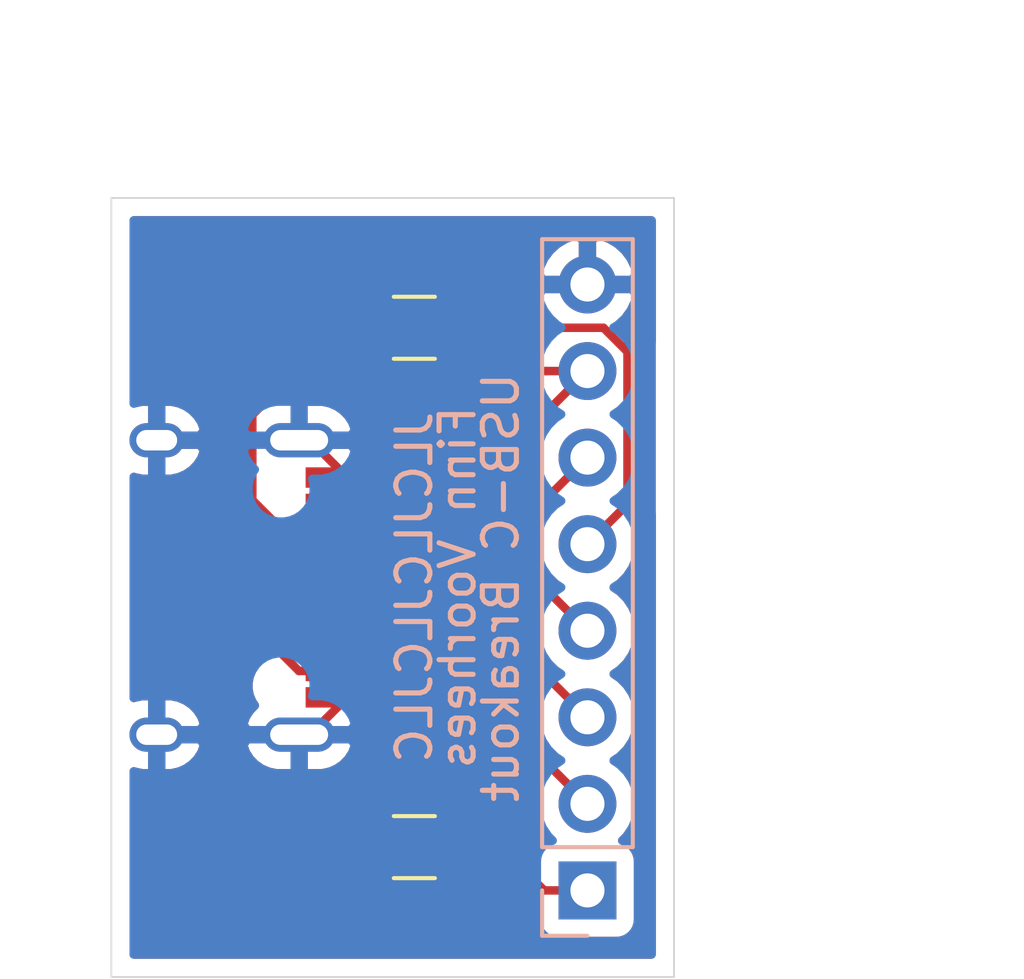
<source format=kicad_pcb>
(kicad_pcb (version 20171130) (host pcbnew "(5.1.5-0-10_14)")

  (general
    (thickness 1.6)
    (drawings 9)
    (tracks 49)
    (zones 0)
    (modules 4)
    (nets 11)
  )

  (page A4)
  (layers
    (0 F.Cu signal)
    (31 B.Cu signal)
    (32 B.Adhes user)
    (33 F.Adhes user)
    (34 B.Paste user)
    (35 F.Paste user)
    (36 B.SilkS user)
    (37 F.SilkS user)
    (38 B.Mask user)
    (39 F.Mask user)
    (40 Dwgs.User user)
    (41 Cmts.User user)
    (42 Eco1.User user)
    (43 Eco2.User user)
    (44 Edge.Cuts user)
    (45 Margin user)
    (46 B.CrtYd user)
    (47 F.CrtYd user)
    (48 B.Fab user hide)
    (49 F.Fab user)
  )

  (setup
    (last_trace_width 0.25)
    (trace_clearance 0.2)
    (zone_clearance 0.508)
    (zone_45_only no)
    (trace_min 0.2)
    (via_size 0.8)
    (via_drill 0.4)
    (via_min_size 0.4)
    (via_min_drill 0.3)
    (uvia_size 0.3)
    (uvia_drill 0.1)
    (uvias_allowed no)
    (uvia_min_size 0.2)
    (uvia_min_drill 0.1)
    (edge_width 0.05)
    (segment_width 0.2)
    (pcb_text_width 0.3)
    (pcb_text_size 1.5 1.5)
    (mod_edge_width 0.12)
    (mod_text_size 1 1)
    (mod_text_width 0.15)
    (pad_size 1.524 1.524)
    (pad_drill 0.762)
    (pad_to_mask_clearance 0.051)
    (solder_mask_min_width 0.25)
    (aux_axis_origin 0 0)
    (visible_elements FFFFFF7F)
    (pcbplotparams
      (layerselection 0x010fc_ffffffff)
      (usegerberextensions false)
      (usegerberattributes false)
      (usegerberadvancedattributes false)
      (creategerberjobfile false)
      (excludeedgelayer true)
      (linewidth 0.100000)
      (plotframeref false)
      (viasonmask false)
      (mode 1)
      (useauxorigin false)
      (hpglpennumber 1)
      (hpglpenspeed 20)
      (hpglpendiameter 15.000000)
      (psnegative false)
      (psa4output false)
      (plotreference true)
      (plotvalue true)
      (plotinvisibletext false)
      (padsonsilk false)
      (subtractmaskfromsilk false)
      (outputformat 1)
      (mirror false)
      (drillshape 0)
      (scaleselection 1)
      (outputdirectory ""))
  )

  (net 0 "")
  (net 1 VBUS)
  (net 2 D-)
  (net 3 D+)
  (net 4 Earth)
  (net 5 SBU2)
  (net 6 SBU1)
  (net 7 CC1)
  (net 8 CC2)
  (net 9 "Net-(R1-Pad2)")
  (net 10 "Net-(R2-Pad2)")

  (net_class Default "This is the default net class."
    (clearance 0.2)
    (trace_width 0.25)
    (via_dia 0.8)
    (via_drill 0.4)
    (uvia_dia 0.3)
    (uvia_drill 0.1)
    (add_net CC1)
    (add_net CC2)
    (add_net D+)
    (add_net D-)
    (add_net Earth)
    (add_net "Net-(R1-Pad2)")
    (add_net "Net-(R2-Pad2)")
    (add_net SBU1)
    (add_net SBU2)
    (add_net VBUS)
  )

  (module Type-C:HRO-TYPE-C-31-M-12-HandSoldering (layer F.Cu) (tedit 5E12C031) (tstamp 5E13419C)
    (at 118.11 154.94 270)
    (path /5E13DDAA)
    (attr smd)
    (fp_text reference USB1 (at 0 -10.2 270) (layer F.SilkS) hide
      (effects (font (size 1 1) (thickness 0.15)))
    )
    (fp_text value HRO-TYPE-C-31-M-12 (at 0 1.15 270) (layer Dwgs.User)
      (effects (font (size 1 1) (thickness 0.15)))
    )
    (fp_line (start -4.47 0) (end 4.47 0) (layer Dwgs.User) (width 0.15))
    (fp_line (start -4.47 0) (end -4.47 -7.3) (layer Dwgs.User) (width 0.15))
    (fp_line (start 4.47 0) (end 4.47 -7.3) (layer Dwgs.User) (width 0.15))
    (fp_line (start -4.47 -7.3) (end 4.47 -7.3) (layer Dwgs.User) (width 0.15))
    (pad 12 smd rect (at 3.225 -8.195 270) (size 0.6 2.45) (layers F.Cu F.Paste F.Mask)
      (net 4 Earth))
    (pad 1 smd rect (at -3.225 -8.195 270) (size 0.6 2.45) (layers F.Cu F.Paste F.Mask)
      (net 4 Earth))
    (pad 11 smd rect (at 2.45 -8.195 270) (size 0.6 2.45) (layers F.Cu F.Paste F.Mask)
      (net 1 VBUS))
    (pad 2 smd rect (at -2.45 -8.195 270) (size 0.6 2.45) (layers F.Cu F.Paste F.Mask)
      (net 1 VBUS))
    (pad 3 smd rect (at -1.75 -8.195 270) (size 0.3 2.45) (layers F.Cu F.Paste F.Mask)
      (net 5 SBU2))
    (pad 10 smd rect (at 1.75 -8.195 270) (size 0.3 2.45) (layers F.Cu F.Paste F.Mask)
      (net 10 "Net-(R2-Pad2)"))
    (pad 4 smd rect (at -1.25 -8.195 270) (size 0.3 2.45) (layers F.Cu F.Paste F.Mask)
      (net 9 "Net-(R1-Pad2)"))
    (pad 9 smd rect (at 1.25 -8.195 270) (size 0.3 2.45) (layers F.Cu F.Paste F.Mask)
      (net 6 SBU1))
    (pad 5 smd rect (at -0.75 -8.195 270) (size 0.3 2.45) (layers F.Cu F.Paste F.Mask)
      (net 2 D-))
    (pad 8 smd rect (at 0.75 -8.195 270) (size 0.3 2.45) (layers F.Cu F.Paste F.Mask)
      (net 3 D+))
    (pad 7 smd rect (at 0.25 -8.195 270) (size 0.3 2.45) (layers F.Cu F.Paste F.Mask)
      (net 2 D-))
    (pad 6 smd rect (at -0.25 -8.195 270) (size 0.3 2.45) (layers F.Cu F.Paste F.Mask)
      (net 3 D+))
    (pad "" np_thru_hole circle (at 2.89 -6.25 270) (size 0.65 0.65) (drill 0.65) (layers *.Cu *.Mask))
    (pad "" np_thru_hole circle (at -2.89 -6.25 270) (size 0.65 0.65) (drill 0.65) (layers *.Cu *.Mask))
    (pad 13 thru_hole oval (at -4.32 -6.78 270) (size 1 2.1) (drill oval 0.6 1.7) (layers *.Cu B.Mask)
      (net 4 Earth))
    (pad 13 thru_hole oval (at 4.32 -6.78 270) (size 1 2.1) (drill oval 0.6 1.7) (layers *.Cu B.Mask)
      (net 4 Earth))
    (pad 13 thru_hole oval (at -4.32 -2.6 270) (size 1 1.6) (drill oval 0.6 1.2) (layers *.Cu B.Mask)
      (net 4 Earth))
    (pad 13 thru_hole oval (at 4.32 -2.6 270) (size 1 1.6) (drill oval 0.6 1.2) (layers *.Cu B.Mask)
      (net 4 Earth))
    (model "/Users/finnvoorhees/Library/Application Support/kicad/modules/Type-C.pretty/HRO  TYPE-C-31-M-12.step"
      (offset (xyz -4.47 0 0))
      (scale (xyz 1 1 1))
      (rotate (xyz 90 180 180))
    )
  )

  (module Resistor_SMD:R_1206_3216Metric_Pad1.42x1.75mm_HandSolder (layer F.Cu) (tedit 5B301BBD) (tstamp 5E134182)
    (at 128.27 162.56 180)
    (descr "Resistor SMD 1206 (3216 Metric), square (rectangular) end terminal, IPC_7351 nominal with elongated pad for handsoldering. (Body size source: http://www.tortai-tech.com/upload/download/2011102023233369053.pdf), generated with kicad-footprint-generator")
    (tags "resistor handsolder")
    (path /5E13EEAB)
    (attr smd)
    (fp_text reference R2 (at 0 -1.82) (layer F.SilkS) hide
      (effects (font (size 1 1) (thickness 0.15)))
    )
    (fp_text value 5.1k (at 0 1.82) (layer F.Fab)
      (effects (font (size 1 1) (thickness 0.15)))
    )
    (fp_text user %R (at 0 0) (layer F.Fab)
      (effects (font (size 0.8 0.8) (thickness 0.12)))
    )
    (fp_line (start 2.45 1.12) (end -2.45 1.12) (layer F.CrtYd) (width 0.05))
    (fp_line (start 2.45 -1.12) (end 2.45 1.12) (layer F.CrtYd) (width 0.05))
    (fp_line (start -2.45 -1.12) (end 2.45 -1.12) (layer F.CrtYd) (width 0.05))
    (fp_line (start -2.45 1.12) (end -2.45 -1.12) (layer F.CrtYd) (width 0.05))
    (fp_line (start -0.602064 0.91) (end 0.602064 0.91) (layer F.SilkS) (width 0.12))
    (fp_line (start -0.602064 -0.91) (end 0.602064 -0.91) (layer F.SilkS) (width 0.12))
    (fp_line (start 1.6 0.8) (end -1.6 0.8) (layer F.Fab) (width 0.1))
    (fp_line (start 1.6 -0.8) (end 1.6 0.8) (layer F.Fab) (width 0.1))
    (fp_line (start -1.6 -0.8) (end 1.6 -0.8) (layer F.Fab) (width 0.1))
    (fp_line (start -1.6 0.8) (end -1.6 -0.8) (layer F.Fab) (width 0.1))
    (pad 2 smd roundrect (at 1.4875 0 180) (size 1.425 1.75) (layers F.Cu F.Paste F.Mask) (roundrect_rratio 0.175439)
      (net 10 "Net-(R2-Pad2)"))
    (pad 1 smd roundrect (at -1.4875 0 180) (size 1.425 1.75) (layers F.Cu F.Paste F.Mask) (roundrect_rratio 0.175439)
      (net 8 CC2))
    (model ${KISYS3DMOD}/Resistor_SMD.3dshapes/R_1206_3216Metric.wrl
      (at (xyz 0 0 0))
      (scale (xyz 1 1 1))
      (rotate (xyz 0 0 0))
    )
  )

  (module Resistor_SMD:R_1206_3216Metric_Pad1.42x1.75mm_HandSolder (layer F.Cu) (tedit 5B301BBD) (tstamp 5E134171)
    (at 128.27 147.32 180)
    (descr "Resistor SMD 1206 (3216 Metric), square (rectangular) end terminal, IPC_7351 nominal with elongated pad for handsoldering. (Body size source: http://www.tortai-tech.com/upload/download/2011102023233369053.pdf), generated with kicad-footprint-generator")
    (tags "resistor handsolder")
    (path /5E13E8AE)
    (attr smd)
    (fp_text reference R1 (at 0 -1.82) (layer F.SilkS) hide
      (effects (font (size 1 1) (thickness 0.15)))
    )
    (fp_text value 5.1k (at 0 1.82) (layer F.Fab)
      (effects (font (size 1 1) (thickness 0.15)))
    )
    (fp_text user %R (at 0 0) (layer F.Fab)
      (effects (font (size 0.8 0.8) (thickness 0.12)))
    )
    (fp_line (start 2.45 1.12) (end -2.45 1.12) (layer F.CrtYd) (width 0.05))
    (fp_line (start 2.45 -1.12) (end 2.45 1.12) (layer F.CrtYd) (width 0.05))
    (fp_line (start -2.45 -1.12) (end 2.45 -1.12) (layer F.CrtYd) (width 0.05))
    (fp_line (start -2.45 1.12) (end -2.45 -1.12) (layer F.CrtYd) (width 0.05))
    (fp_line (start -0.602064 0.91) (end 0.602064 0.91) (layer F.SilkS) (width 0.12))
    (fp_line (start -0.602064 -0.91) (end 0.602064 -0.91) (layer F.SilkS) (width 0.12))
    (fp_line (start 1.6 0.8) (end -1.6 0.8) (layer F.Fab) (width 0.1))
    (fp_line (start 1.6 -0.8) (end 1.6 0.8) (layer F.Fab) (width 0.1))
    (fp_line (start -1.6 -0.8) (end 1.6 -0.8) (layer F.Fab) (width 0.1))
    (fp_line (start -1.6 0.8) (end -1.6 -0.8) (layer F.Fab) (width 0.1))
    (pad 2 smd roundrect (at 1.4875 0 180) (size 1.425 1.75) (layers F.Cu F.Paste F.Mask) (roundrect_rratio 0.175439)
      (net 9 "Net-(R1-Pad2)"))
    (pad 1 smd roundrect (at -1.4875 0 180) (size 1.425 1.75) (layers F.Cu F.Paste F.Mask) (roundrect_rratio 0.175439)
      (net 7 CC1))
    (model ${KISYS3DMOD}/Resistor_SMD.3dshapes/R_1206_3216Metric.wrl
      (at (xyz 0 0 0))
      (scale (xyz 1 1 1))
      (rotate (xyz 0 0 0))
    )
  )

  (module Connector_PinHeader_2.54mm:PinHeader_1x08_P2.54mm_Vertical (layer B.Cu) (tedit 59FED5CC) (tstamp 5E1342C2)
    (at 133.35 163.83)
    (descr "Through hole straight pin header, 1x08, 2.54mm pitch, single row")
    (tags "Through hole pin header THT 1x08 2.54mm single row")
    (path /5E13176F)
    (fp_text reference J1 (at 0 2.33) (layer B.SilkS) hide
      (effects (font (size 1 1) (thickness 0.15)) (justify mirror))
    )
    (fp_text value Conn_01x08_Male (at 0 -20.11) (layer B.Fab)
      (effects (font (size 1 1) (thickness 0.15)) (justify mirror))
    )
    (fp_text user %R (at 0 -8.89 -90) (layer B.Fab)
      (effects (font (size 1 1) (thickness 0.15)) (justify mirror))
    )
    (fp_line (start 1.8 1.8) (end -1.8 1.8) (layer B.CrtYd) (width 0.05))
    (fp_line (start 1.8 -19.55) (end 1.8 1.8) (layer B.CrtYd) (width 0.05))
    (fp_line (start -1.8 -19.55) (end 1.8 -19.55) (layer B.CrtYd) (width 0.05))
    (fp_line (start -1.8 1.8) (end -1.8 -19.55) (layer B.CrtYd) (width 0.05))
    (fp_line (start -1.33 1.33) (end 0 1.33) (layer B.SilkS) (width 0.12))
    (fp_line (start -1.33 0) (end -1.33 1.33) (layer B.SilkS) (width 0.12))
    (fp_line (start -1.33 -1.27) (end 1.33 -1.27) (layer B.SilkS) (width 0.12))
    (fp_line (start 1.33 -1.27) (end 1.33 -19.11) (layer B.SilkS) (width 0.12))
    (fp_line (start -1.33 -1.27) (end -1.33 -19.11) (layer B.SilkS) (width 0.12))
    (fp_line (start -1.33 -19.11) (end 1.33 -19.11) (layer B.SilkS) (width 0.12))
    (fp_line (start -1.27 0.635) (end -0.635 1.27) (layer B.Fab) (width 0.1))
    (fp_line (start -1.27 -19.05) (end -1.27 0.635) (layer B.Fab) (width 0.1))
    (fp_line (start 1.27 -19.05) (end -1.27 -19.05) (layer B.Fab) (width 0.1))
    (fp_line (start 1.27 1.27) (end 1.27 -19.05) (layer B.Fab) (width 0.1))
    (fp_line (start -0.635 1.27) (end 1.27 1.27) (layer B.Fab) (width 0.1))
    (pad 8 thru_hole oval (at 0 -17.78) (size 1.7 1.7) (drill 1) (layers *.Cu *.Mask)
      (net 4 Earth))
    (pad 7 thru_hole oval (at 0 -15.24) (size 1.7 1.7) (drill 1) (layers *.Cu *.Mask)
      (net 1 VBUS))
    (pad 6 thru_hole oval (at 0 -12.7) (size 1.7 1.7) (drill 1) (layers *.Cu *.Mask)
      (net 5 SBU2))
    (pad 5 thru_hole oval (at 0 -10.16) (size 1.7 1.7) (drill 1) (layers *.Cu *.Mask)
      (net 7 CC1))
    (pad 4 thru_hole oval (at 0 -7.62) (size 1.7 1.7) (drill 1) (layers *.Cu *.Mask)
      (net 2 D-))
    (pad 3 thru_hole oval (at 0 -5.08) (size 1.7 1.7) (drill 1) (layers *.Cu *.Mask)
      (net 3 D+))
    (pad 2 thru_hole oval (at 0 -2.54) (size 1.7 1.7) (drill 1) (layers *.Cu *.Mask)
      (net 6 SBU1))
    (pad 1 thru_hole rect (at 0 0) (size 1.7 1.7) (drill 1) (layers *.Cu *.Mask)
      (net 8 CC2))
    (model ${KISYS3DMOD}/Connector_PinHeader_2.54mm.3dshapes/PinHeader_1x08_P2.54mm_Vertical.wrl
      (at (xyz 0 0 0))
      (scale (xyz 1 1 1))
      (rotate (xyz 0 0 0))
    )
  )

  (gr_text JLCJLCJLCJLC (at 128.27 154.94 90) (layer B.SilkS) (tstamp 5E134B89)
    (effects (font (size 1 1) (thickness 0.15)) (justify mirror))
  )
  (gr_text "USB-C Breakout" (at 130.81 154.94 90) (layer B.SilkS) (tstamp 5E134B0E)
    (effects (font (size 1 1) (thickness 0.15)) (justify mirror))
  )
  (gr_text "Finn Voorhees\n" (at 129.54 154.94 90) (layer B.SilkS)
    (effects (font (size 1 1) (thickness 0.15)) (justify mirror))
  )
  (dimension 22.86 (width 0.12) (layer F.Fab)
    (gr_text "22.860 mm" (at 142.24 154.94 270) (layer F.Fab)
      (effects (font (size 1 1) (thickness 0.15)))
    )
    (feature1 (pts (xy 143.51 166.37) (xy 142.923579 166.37)))
    (feature2 (pts (xy 143.51 143.51) (xy 142.923579 143.51)))
    (crossbar (pts (xy 143.51 143.51) (xy 143.51 166.37)))
    (arrow1a (pts (xy 143.51 166.37) (xy 142.923579 165.243496)))
    (arrow1b (pts (xy 143.51 166.37) (xy 144.096421 165.243496)))
    (arrow2a (pts (xy 143.51 143.51) (xy 142.923579 144.636504)))
    (arrow2b (pts (xy 143.51 143.51) (xy 144.096421 144.636504)))
  )
  (dimension 16.51 (width 0.12) (layer F.Fab)
    (gr_text "16.510 mm" (at 127.635 140.97) (layer F.Fab)
      (effects (font (size 1 1) (thickness 0.15)))
    )
    (feature1 (pts (xy 135.89 139.7) (xy 135.89 140.286421)))
    (feature2 (pts (xy 119.38 139.7) (xy 119.38 140.286421)))
    (crossbar (pts (xy 119.38 139.7) (xy 135.89 139.7)))
    (arrow1a (pts (xy 135.89 139.7) (xy 134.763496 140.286421)))
    (arrow1b (pts (xy 135.89 139.7) (xy 134.763496 139.113579)))
    (arrow2a (pts (xy 119.38 139.7) (xy 120.506504 140.286421)))
    (arrow2b (pts (xy 119.38 139.7) (xy 120.506504 139.113579)))
  )
  (gr_line (start 135.89 166.37) (end 135.89 143.51) (layer Edge.Cuts) (width 0.05) (tstamp 5E1344A1))
  (gr_line (start 119.38 166.37) (end 135.89 166.37) (layer Edge.Cuts) (width 0.05))
  (gr_line (start 119.38 143.51) (end 119.38 166.37) (layer Edge.Cuts) (width 0.05))
  (gr_line (start 135.89 143.51) (end 119.38 143.51) (layer Edge.Cuts) (width 0.05))

  (segment (start 127.48318 146.11999) (end 128.27 146.90681) (width 0.25) (layer F.Cu) (net 1))
  (segment (start 126.305 157.39) (end 124.882002 157.39) (width 0.25) (layer F.Cu) (net 1))
  (segment (start 123.06498 155.572978) (end 123.06498 149.13683) (width 0.25) (layer F.Cu) (net 1))
  (segment (start 126.08182 146.11999) (end 127.48318 146.11999) (width 0.25) (layer F.Cu) (net 1))
  (segment (start 123.06498 149.13683) (end 126.08182 146.11999) (width 0.25) (layer F.Cu) (net 1))
  (segment (start 124.882002 157.39) (end 123.06498 155.572978) (width 0.25) (layer F.Cu) (net 1))
  (segment (start 129.45 152.49) (end 133.35 148.59) (width 0.25) (layer F.Cu) (net 1))
  (segment (start 126.305 152.49) (end 129.45 152.49) (width 0.25) (layer F.Cu) (net 1))
  (segment (start 132.147919 148.59) (end 133.35 148.59) (width 0.25) (layer F.Cu) (net 1))
  (segment (start 129.12681 148.59) (end 132.147919 148.59) (width 0.25) (layer F.Cu) (net 1))
  (segment (start 128.27 147.73319) (end 129.12681 148.59) (width 0.25) (layer F.Cu) (net 1))
  (segment (start 128.27 146.90681) (end 128.27 147.73319) (width 0.25) (layer F.Cu) (net 1))
  (segment (start 126.305 155.19) (end 124.71 155.19) (width 0.25) (layer F.Cu) (net 2))
  (segment (start 124.71 155.19) (end 124.46 154.94) (width 0.25) (layer F.Cu) (net 2))
  (segment (start 124.83 154.19) (end 126.305 154.19) (width 0.25) (layer F.Cu) (net 2))
  (segment (start 124.46 154.56) (end 124.83 154.19) (width 0.25) (layer F.Cu) (net 2))
  (segment (start 124.46 154.94) (end 124.46 154.56) (width 0.25) (layer F.Cu) (net 2))
  (segment (start 131.33 154.19) (end 133.35 156.21) (width 0.25) (layer F.Cu) (net 2))
  (segment (start 126.305 154.19) (end 131.33 154.19) (width 0.25) (layer F.Cu) (net 2))
  (segment (start 130.29 155.69) (end 126.305 155.69) (width 0.25) (layer F.Cu) (net 3))
  (segment (start 133.35 158.75) (end 130.29 155.69) (width 0.25) (layer F.Cu) (net 3))
  (segment (start 129.29 154.69) (end 130.29 155.69) (width 0.25) (layer F.Cu) (net 3))
  (segment (start 126.305 154.69) (end 129.29 154.69) (width 0.25) (layer F.Cu) (net 3))
  (segment (start 125.21 150.62) (end 126.305 151.715) (width 0.25) (layer F.Cu) (net 4))
  (segment (start 124.89 150.62) (end 125.21 150.62) (width 0.25) (layer F.Cu) (net 4))
  (segment (start 125.21 159.26) (end 126.305 158.165) (width 0.25) (layer F.Cu) (net 4))
  (segment (start 124.89 159.26) (end 125.21 159.26) (width 0.25) (layer F.Cu) (net 4))
  (segment (start 131.29 153.19) (end 126.305 153.19) (width 0.25) (layer F.Cu) (net 5))
  (segment (start 133.35 151.13) (end 131.29 153.19) (width 0.25) (layer F.Cu) (net 5))
  (segment (start 128.25 156.19) (end 126.305 156.19) (width 0.25) (layer F.Cu) (net 6))
  (segment (start 133.35 161.29) (end 128.25 156.19) (width 0.25) (layer F.Cu) (net 6))
  (segment (start 130.47 147.32) (end 129.7575 147.32) (width 0.25) (layer F.Cu) (net 7))
  (segment (start 134.525001 148.025999) (end 133.819002 147.32) (width 0.25) (layer F.Cu) (net 7))
  (segment (start 134.525001 152.494999) (end 134.525001 148.025999) (width 0.25) (layer F.Cu) (net 7))
  (segment (start 133.819002 147.32) (end 130.47 147.32) (width 0.25) (layer F.Cu) (net 7))
  (segment (start 133.35 153.67) (end 134.525001 152.494999) (width 0.25) (layer F.Cu) (net 7))
  (segment (start 129.7575 162.56) (end 130.81 162.56) (width 0.25) (layer F.Cu) (net 8))
  (segment (start 132.08 163.83) (end 133.35 163.83) (width 0.25) (layer F.Cu) (net 8))
  (segment (start 130.81 162.56) (end 132.08 163.83) (width 0.25) (layer F.Cu) (net 8))
  (segment (start 124.83 153.69) (end 126.305 153.69) (width 0.25) (layer F.Cu) (net 9))
  (segment (start 123.51499 149.87501) (end 123.51499 152.37499) (width 0.25) (layer F.Cu) (net 9))
  (segment (start 123.51499 152.37499) (end 124.83 153.69) (width 0.25) (layer F.Cu) (net 9))
  (segment (start 126.07 147.32) (end 123.51499 149.87501) (width 0.25) (layer F.Cu) (net 9))
  (segment (start 126.7825 147.32) (end 126.07 147.32) (width 0.25) (layer F.Cu) (net 9))
  (segment (start 127.495 162.56) (end 128.27 161.785) (width 0.25) (layer F.Cu) (net 10))
  (segment (start 126.7825 162.56) (end 127.495 162.56) (width 0.25) (layer F.Cu) (net 10))
  (segment (start 127.78 156.69) (end 126.305 156.69) (width 0.25) (layer F.Cu) (net 10))
  (segment (start 128.27 157.18) (end 127.78 156.69) (width 0.25) (layer F.Cu) (net 10))
  (segment (start 128.27 161.785) (end 128.27 157.18) (width 0.25) (layer F.Cu) (net 10))

  (zone (net 4) (net_name Earth) (layer F.Cu) (tstamp 5E134BCD) (hatch edge 0.508)
    (connect_pads (clearance 0.508))
    (min_thickness 0.254)
    (fill yes (arc_segments 32) (thermal_gap 0.508) (thermal_bridge_width 0.508))
    (polygon
      (pts
        (xy 135.89 166.37) (xy 119.38 166.37) (xy 119.38 143.51) (xy 135.89 143.51)
      )
    )
    (filled_polygon
      (pts
        (xy 135.230001 147.73273) (xy 135.159975 147.601723) (xy 135.065002 147.485998) (xy 135.036003 147.4622) (xy 134.522987 146.949184)
        (xy 134.621641 146.81692) (xy 134.746825 146.554099) (xy 134.791476 146.40689) (xy 134.670155 146.177) (xy 133.477 146.177)
        (xy 133.477 146.197) (xy 133.223 146.197) (xy 133.223 146.177) (xy 132.029845 146.177) (xy 131.908524 146.40689)
        (xy 131.953175 146.554099) (xy 131.955986 146.56) (xy 131.094776 146.56) (xy 131.091008 146.521746) (xy 131.040472 146.35515)
        (xy 130.958405 146.201614) (xy 130.847962 146.067038) (xy 130.713386 145.956595) (xy 130.55985 145.874528) (xy 130.393254 145.823992)
        (xy 130.22 145.806928) (xy 129.295 145.806928) (xy 129.121746 145.823992) (xy 128.95515 145.874528) (xy 128.801614 145.956595)
        (xy 128.667038 146.067038) (xy 128.594012 146.156021) (xy 128.131101 145.69311) (xy 131.908524 145.69311) (xy 132.029845 145.923)
        (xy 133.223 145.923) (xy 133.223 144.729186) (xy 133.477 144.729186) (xy 133.477 145.923) (xy 134.670155 145.923)
        (xy 134.791476 145.69311) (xy 134.746825 145.545901) (xy 134.621641 145.28308) (xy 134.447588 145.049731) (xy 134.231355 144.854822)
        (xy 133.981252 144.705843) (xy 133.706891 144.608519) (xy 133.477 144.729186) (xy 133.223 144.729186) (xy 132.993109 144.608519)
        (xy 132.718748 144.705843) (xy 132.468645 144.854822) (xy 132.252412 145.049731) (xy 132.078359 145.28308) (xy 131.953175 145.545901)
        (xy 131.908524 145.69311) (xy 128.131101 145.69311) (xy 128.046983 145.608992) (xy 128.023181 145.579989) (xy 127.907456 145.485016)
        (xy 127.775427 145.414444) (xy 127.632166 145.370987) (xy 127.520513 145.35999) (xy 127.520502 145.35999) (xy 127.48318 145.356314)
        (xy 127.445858 145.35999) (xy 126.119142 145.35999) (xy 126.081819 145.356314) (xy 126.044496 145.35999) (xy 126.044487 145.35999)
        (xy 125.932834 145.370987) (xy 125.789573 145.414444) (xy 125.657543 145.485016) (xy 125.583355 145.545901) (xy 125.541819 145.579989)
        (xy 125.518021 145.608987) (xy 122.553978 148.573031) (xy 122.52498 148.596829) (xy 122.501182 148.625827) (xy 122.501181 148.625828)
        (xy 122.430006 148.712554) (xy 122.359434 148.844584) (xy 122.315978 148.987845) (xy 122.301304 149.13683) (xy 122.304981 149.174162)
        (xy 122.30498 155.535655) (xy 122.301304 155.572978) (xy 122.30498 155.6103) (xy 122.30498 155.61031) (xy 122.315977 155.721963)
        (xy 122.336975 155.791185) (xy 122.359434 155.865224) (xy 122.430006 155.997254) (xy 122.440026 156.009463) (xy 122.524979 156.112979)
        (xy 122.553983 156.136782) (xy 123.624778 157.207577) (xy 123.614319 157.218036) (xy 123.509259 157.375269) (xy 123.436892 157.549978)
        (xy 123.4 157.735448) (xy 123.4 157.924552) (xy 123.436892 158.110022) (xy 123.509259 158.284731) (xy 123.588206 158.402884)
        (xy 123.447631 158.547236) (xy 123.325724 158.735024) (xy 123.245881 158.958126) (xy 123.372046 159.133) (xy 124.763 159.133)
        (xy 124.763 159.113) (xy 125.017 159.113) (xy 125.017 159.133) (xy 126.407954 159.133) (xy 126.431762 159.1)
        (xy 126.432002 159.1) (xy 126.432002 159.099668) (xy 126.498394 159.007644) (xy 126.59075 159.1) (xy 127.510001 159.103007)
        (xy 127.51 161.091823) (xy 127.418254 161.063992) (xy 127.245 161.046928) (xy 126.32 161.046928) (xy 126.146746 161.063992)
        (xy 125.98015 161.114528) (xy 125.826614 161.196595) (xy 125.692038 161.307038) (xy 125.581595 161.441614) (xy 125.499528 161.59515)
        (xy 125.448992 161.761746) (xy 125.431928 161.935) (xy 125.431928 163.185) (xy 125.448992 163.358254) (xy 125.499528 163.52485)
        (xy 125.581595 163.678386) (xy 125.692038 163.812962) (xy 125.826614 163.923405) (xy 125.98015 164.005472) (xy 126.146746 164.056008)
        (xy 126.32 164.073072) (xy 127.245 164.073072) (xy 127.418254 164.056008) (xy 127.58485 164.005472) (xy 127.738386 163.923405)
        (xy 127.872962 163.812962) (xy 127.983405 163.678386) (xy 128.065472 163.52485) (xy 128.116008 163.358254) (xy 128.133072 163.185)
        (xy 128.133072 162.996729) (xy 128.406928 162.722873) (xy 128.406928 163.185) (xy 128.423992 163.358254) (xy 128.474528 163.52485)
        (xy 128.556595 163.678386) (xy 128.667038 163.812962) (xy 128.801614 163.923405) (xy 128.95515 164.005472) (xy 129.121746 164.056008)
        (xy 129.295 164.073072) (xy 130.22 164.073072) (xy 130.393254 164.056008) (xy 130.55985 164.005472) (xy 130.713386 163.923405)
        (xy 130.847962 163.812962) (xy 130.911157 163.735958) (xy 131.516201 164.341003) (xy 131.539999 164.370001) (xy 131.655724 164.464974)
        (xy 131.787753 164.535546) (xy 131.861928 164.558046) (xy 131.861928 164.68) (xy 131.874188 164.804482) (xy 131.910498 164.92418)
        (xy 131.969463 165.034494) (xy 132.048815 165.131185) (xy 132.145506 165.210537) (xy 132.25582 165.269502) (xy 132.375518 165.305812)
        (xy 132.5 165.318072) (xy 134.2 165.318072) (xy 134.324482 165.305812) (xy 134.44418 165.269502) (xy 134.554494 165.210537)
        (xy 134.651185 165.131185) (xy 134.730537 165.034494) (xy 134.789502 164.92418) (xy 134.825812 164.804482) (xy 134.838072 164.68)
        (xy 134.838072 162.98) (xy 134.825812 162.855518) (xy 134.789502 162.73582) (xy 134.730537 162.625506) (xy 134.651185 162.528815)
        (xy 134.554494 162.449463) (xy 134.44418 162.390498) (xy 134.37162 162.368487) (xy 134.503475 162.236632) (xy 134.66599 161.993411)
        (xy 134.777932 161.723158) (xy 134.835 161.43626) (xy 134.835 161.14374) (xy 134.777932 160.856842) (xy 134.66599 160.586589)
        (xy 134.503475 160.343368) (xy 134.296632 160.136525) (xy 134.12224 160.02) (xy 134.296632 159.903475) (xy 134.503475 159.696632)
        (xy 134.66599 159.453411) (xy 134.777932 159.183158) (xy 134.835 158.89626) (xy 134.835 158.60374) (xy 134.777932 158.316842)
        (xy 134.66599 158.046589) (xy 134.503475 157.803368) (xy 134.296632 157.596525) (xy 134.12224 157.48) (xy 134.296632 157.363475)
        (xy 134.503475 157.156632) (xy 134.66599 156.913411) (xy 134.777932 156.643158) (xy 134.835 156.35626) (xy 134.835 156.06374)
        (xy 134.777932 155.776842) (xy 134.66599 155.506589) (xy 134.503475 155.263368) (xy 134.296632 155.056525) (xy 134.12224 154.94)
        (xy 134.296632 154.823475) (xy 134.503475 154.616632) (xy 134.66599 154.373411) (xy 134.777932 154.103158) (xy 134.835 153.81626)
        (xy 134.835 153.52374) (xy 134.79121 153.303592) (xy 135.036005 153.058797) (xy 135.065002 153.035) (xy 135.159975 152.919275)
        (xy 135.230001 152.788268) (xy 135.23 165.71) (xy 120.04 165.71) (xy 120.04 160.338094) (xy 120.064013 160.348415)
        (xy 120.283 160.395) (xy 120.583 160.395) (xy 120.583 159.387) (xy 120.837 159.387) (xy 120.837 160.395)
        (xy 121.137 160.395) (xy 121.355987 160.348415) (xy 121.561678 160.260003) (xy 121.746169 160.133161) (xy 121.902369 159.972764)
        (xy 122.024276 159.784976) (xy 122.104119 159.561874) (xy 123.245881 159.561874) (xy 123.325724 159.784976) (xy 123.447631 159.972764)
        (xy 123.603831 160.133161) (xy 123.788322 160.260003) (xy 123.994013 160.348415) (xy 124.213 160.395) (xy 124.763 160.395)
        (xy 124.763 159.387) (xy 125.017 159.387) (xy 125.017 160.395) (xy 125.567 160.395) (xy 125.785987 160.348415)
        (xy 125.991678 160.260003) (xy 126.176169 160.133161) (xy 126.332369 159.972764) (xy 126.454276 159.784976) (xy 126.534119 159.561874)
        (xy 126.407954 159.387) (xy 125.017 159.387) (xy 124.763 159.387) (xy 123.372046 159.387) (xy 123.245881 159.561874)
        (xy 122.104119 159.561874) (xy 121.977954 159.387) (xy 120.837 159.387) (xy 120.583 159.387) (xy 120.563 159.387)
        (xy 120.563 159.133) (xy 120.583 159.133) (xy 120.583 158.125) (xy 120.837 158.125) (xy 120.837 159.133)
        (xy 121.977954 159.133) (xy 122.104119 158.958126) (xy 122.024276 158.735024) (xy 121.902369 158.547236) (xy 121.746169 158.386839)
        (xy 121.561678 158.259997) (xy 121.355987 158.171585) (xy 121.137 158.125) (xy 120.837 158.125) (xy 120.583 158.125)
        (xy 120.283 158.125) (xy 120.064013 158.171585) (xy 120.04 158.181906) (xy 120.04 151.698094) (xy 120.064013 151.708415)
        (xy 120.283 151.755) (xy 120.583 151.755) (xy 120.583 150.747) (xy 120.837 150.747) (xy 120.837 151.755)
        (xy 121.137 151.755) (xy 121.355987 151.708415) (xy 121.561678 151.620003) (xy 121.746169 151.493161) (xy 121.902369 151.332764)
        (xy 122.024276 151.144976) (xy 122.104119 150.921874) (xy 121.977954 150.747) (xy 120.837 150.747) (xy 120.583 150.747)
        (xy 120.563 150.747) (xy 120.563 150.493) (xy 120.583 150.493) (xy 120.583 149.485) (xy 120.837 149.485)
        (xy 120.837 150.493) (xy 121.977954 150.493) (xy 122.104119 150.318126) (xy 122.024276 150.095024) (xy 121.902369 149.907236)
        (xy 121.746169 149.746839) (xy 121.561678 149.619997) (xy 121.355987 149.531585) (xy 121.137 149.485) (xy 120.837 149.485)
        (xy 120.583 149.485) (xy 120.283 149.485) (xy 120.064013 149.531585) (xy 120.04 149.541906) (xy 120.04 144.17)
        (xy 135.230001 144.17)
      )
    )
    (filled_polygon
      (pts
        (xy 128.563011 149.101003) (xy 128.586809 149.130001) (xy 128.702534 149.224974) (xy 128.834563 149.295546) (xy 128.977824 149.339003)
        (xy 129.089477 149.35) (xy 129.089486 149.35) (xy 129.126809 149.353676) (xy 129.164132 149.35) (xy 131.515198 149.35)
        (xy 129.135199 151.73) (xy 127.970444 151.73) (xy 127.884494 151.659463) (xy 127.77418 151.600498) (xy 127.73298 151.588)
        (xy 128.00625 151.588) (xy 128.165 151.42925) (xy 128.168072 151.415) (xy 128.155812 151.290518) (xy 128.119502 151.17082)
        (xy 128.060537 151.060506) (xy 127.981185 150.963815) (xy 127.884494 150.884463) (xy 127.77418 150.825498) (xy 127.654482 150.789188)
        (xy 127.53 150.776928) (xy 126.59075 150.78) (xy 126.498394 150.872356) (xy 126.432002 150.780332) (xy 126.432002 150.78)
        (xy 126.431762 150.78) (xy 126.407954 150.747) (xy 125.017 150.747) (xy 125.017 150.767) (xy 124.763 150.767)
        (xy 124.763 150.747) (xy 124.743 150.747) (xy 124.743 150.493) (xy 124.763 150.493) (xy 124.763 150.473)
        (xy 125.017 150.473) (xy 125.017 150.493) (xy 126.407954 150.493) (xy 126.534119 150.318126) (xy 126.454276 150.095024)
        (xy 126.332369 149.907236) (xy 126.176169 149.746839) (xy 125.991678 149.619997) (xy 125.785987 149.531585) (xy 125.567 149.485)
        (xy 124.979801 149.485) (xy 125.801779 148.663023) (xy 125.826614 148.683405) (xy 125.98015 148.765472) (xy 126.146746 148.816008)
        (xy 126.32 148.833072) (xy 127.245 148.833072) (xy 127.418254 148.816008) (xy 127.58485 148.765472) (xy 127.738386 148.683405)
        (xy 127.872962 148.572962) (xy 127.945988 148.483979)
      )
    )
  )
  (zone (net 4) (net_name Earth) (layer B.Cu) (tstamp 5E134BCA) (hatch edge 0.508)
    (connect_pads (clearance 0.508))
    (min_thickness 0.254)
    (fill yes (arc_segments 32) (thermal_gap 0.508) (thermal_bridge_width 0.508))
    (polygon
      (pts
        (xy 135.89 166.37) (xy 119.38 166.37) (xy 119.38 143.51) (xy 135.89 143.51)
      )
    )
    (filled_polygon
      (pts
        (xy 135.23 165.71) (xy 120.04 165.71) (xy 120.04 162.98) (xy 131.861928 162.98) (xy 131.861928 164.68)
        (xy 131.874188 164.804482) (xy 131.910498 164.92418) (xy 131.969463 165.034494) (xy 132.048815 165.131185) (xy 132.145506 165.210537)
        (xy 132.25582 165.269502) (xy 132.375518 165.305812) (xy 132.5 165.318072) (xy 134.2 165.318072) (xy 134.324482 165.305812)
        (xy 134.44418 165.269502) (xy 134.554494 165.210537) (xy 134.651185 165.131185) (xy 134.730537 165.034494) (xy 134.789502 164.92418)
        (xy 134.825812 164.804482) (xy 134.838072 164.68) (xy 134.838072 162.98) (xy 134.825812 162.855518) (xy 134.789502 162.73582)
        (xy 134.730537 162.625506) (xy 134.651185 162.528815) (xy 134.554494 162.449463) (xy 134.44418 162.390498) (xy 134.37162 162.368487)
        (xy 134.503475 162.236632) (xy 134.66599 161.993411) (xy 134.777932 161.723158) (xy 134.835 161.43626) (xy 134.835 161.14374)
        (xy 134.777932 160.856842) (xy 134.66599 160.586589) (xy 134.503475 160.343368) (xy 134.296632 160.136525) (xy 134.12224 160.02)
        (xy 134.296632 159.903475) (xy 134.503475 159.696632) (xy 134.66599 159.453411) (xy 134.777932 159.183158) (xy 134.835 158.89626)
        (xy 134.835 158.60374) (xy 134.777932 158.316842) (xy 134.66599 158.046589) (xy 134.503475 157.803368) (xy 134.296632 157.596525)
        (xy 134.12224 157.48) (xy 134.296632 157.363475) (xy 134.503475 157.156632) (xy 134.66599 156.913411) (xy 134.777932 156.643158)
        (xy 134.835 156.35626) (xy 134.835 156.06374) (xy 134.777932 155.776842) (xy 134.66599 155.506589) (xy 134.503475 155.263368)
        (xy 134.296632 155.056525) (xy 134.12224 154.94) (xy 134.296632 154.823475) (xy 134.503475 154.616632) (xy 134.66599 154.373411)
        (xy 134.777932 154.103158) (xy 134.835 153.81626) (xy 134.835 153.52374) (xy 134.777932 153.236842) (xy 134.66599 152.966589)
        (xy 134.503475 152.723368) (xy 134.296632 152.516525) (xy 134.12224 152.4) (xy 134.296632 152.283475) (xy 134.503475 152.076632)
        (xy 134.66599 151.833411) (xy 134.777932 151.563158) (xy 134.835 151.27626) (xy 134.835 150.98374) (xy 134.777932 150.696842)
        (xy 134.66599 150.426589) (xy 134.503475 150.183368) (xy 134.296632 149.976525) (xy 134.12224 149.86) (xy 134.296632 149.743475)
        (xy 134.503475 149.536632) (xy 134.66599 149.293411) (xy 134.777932 149.023158) (xy 134.835 148.73626) (xy 134.835 148.44374)
        (xy 134.777932 148.156842) (xy 134.66599 147.886589) (xy 134.503475 147.643368) (xy 134.296632 147.436525) (xy 134.114466 147.314805)
        (xy 134.231355 147.245178) (xy 134.447588 147.050269) (xy 134.621641 146.81692) (xy 134.746825 146.554099) (xy 134.791476 146.40689)
        (xy 134.670155 146.177) (xy 133.477 146.177) (xy 133.477 146.197) (xy 133.223 146.197) (xy 133.223 146.177)
        (xy 132.029845 146.177) (xy 131.908524 146.40689) (xy 131.953175 146.554099) (xy 132.078359 146.81692) (xy 132.252412 147.050269)
        (xy 132.468645 147.245178) (xy 132.585534 147.314805) (xy 132.403368 147.436525) (xy 132.196525 147.643368) (xy 132.03401 147.886589)
        (xy 131.922068 148.156842) (xy 131.865 148.44374) (xy 131.865 148.73626) (xy 131.922068 149.023158) (xy 132.03401 149.293411)
        (xy 132.196525 149.536632) (xy 132.403368 149.743475) (xy 132.57776 149.86) (xy 132.403368 149.976525) (xy 132.196525 150.183368)
        (xy 132.03401 150.426589) (xy 131.922068 150.696842) (xy 131.865 150.98374) (xy 131.865 151.27626) (xy 131.922068 151.563158)
        (xy 132.03401 151.833411) (xy 132.196525 152.076632) (xy 132.403368 152.283475) (xy 132.57776 152.4) (xy 132.403368 152.516525)
        (xy 132.196525 152.723368) (xy 132.03401 152.966589) (xy 131.922068 153.236842) (xy 131.865 153.52374) (xy 131.865 153.81626)
        (xy 131.922068 154.103158) (xy 132.03401 154.373411) (xy 132.196525 154.616632) (xy 132.403368 154.823475) (xy 132.57776 154.94)
        (xy 132.403368 155.056525) (xy 132.196525 155.263368) (xy 132.03401 155.506589) (xy 131.922068 155.776842) (xy 131.865 156.06374)
        (xy 131.865 156.35626) (xy 131.922068 156.643158) (xy 132.03401 156.913411) (xy 132.196525 157.156632) (xy 132.403368 157.363475)
        (xy 132.57776 157.48) (xy 132.403368 157.596525) (xy 132.196525 157.803368) (xy 132.03401 158.046589) (xy 131.922068 158.316842)
        (xy 131.865 158.60374) (xy 131.865 158.89626) (xy 131.922068 159.183158) (xy 132.03401 159.453411) (xy 132.196525 159.696632)
        (xy 132.403368 159.903475) (xy 132.57776 160.02) (xy 132.403368 160.136525) (xy 132.196525 160.343368) (xy 132.03401 160.586589)
        (xy 131.922068 160.856842) (xy 131.865 161.14374) (xy 131.865 161.43626) (xy 131.922068 161.723158) (xy 132.03401 161.993411)
        (xy 132.196525 162.236632) (xy 132.32838 162.368487) (xy 132.25582 162.390498) (xy 132.145506 162.449463) (xy 132.048815 162.528815)
        (xy 131.969463 162.625506) (xy 131.910498 162.73582) (xy 131.874188 162.855518) (xy 131.861928 162.98) (xy 120.04 162.98)
        (xy 120.04 160.338094) (xy 120.064013 160.348415) (xy 120.283 160.395) (xy 120.583 160.395) (xy 120.583 159.387)
        (xy 120.837 159.387) (xy 120.837 160.395) (xy 121.137 160.395) (xy 121.355987 160.348415) (xy 121.561678 160.260003)
        (xy 121.746169 160.133161) (xy 121.902369 159.972764) (xy 122.024276 159.784976) (xy 122.104119 159.561874) (xy 123.245881 159.561874)
        (xy 123.325724 159.784976) (xy 123.447631 159.972764) (xy 123.603831 160.133161) (xy 123.788322 160.260003) (xy 123.994013 160.348415)
        (xy 124.213 160.395) (xy 124.763 160.395) (xy 124.763 159.387) (xy 125.017 159.387) (xy 125.017 160.395)
        (xy 125.567 160.395) (xy 125.785987 160.348415) (xy 125.991678 160.260003) (xy 126.176169 160.133161) (xy 126.332369 159.972764)
        (xy 126.454276 159.784976) (xy 126.534119 159.561874) (xy 126.407954 159.387) (xy 125.017 159.387) (xy 124.763 159.387)
        (xy 123.372046 159.387) (xy 123.245881 159.561874) (xy 122.104119 159.561874) (xy 121.977954 159.387) (xy 120.837 159.387)
        (xy 120.583 159.387) (xy 120.563 159.387) (xy 120.563 159.133) (xy 120.583 159.133) (xy 120.583 158.125)
        (xy 120.837 158.125) (xy 120.837 159.133) (xy 121.977954 159.133) (xy 122.104119 158.958126) (xy 123.245881 158.958126)
        (xy 123.372046 159.133) (xy 124.763 159.133) (xy 124.763 159.113) (xy 125.017 159.113) (xy 125.017 159.133)
        (xy 126.407954 159.133) (xy 126.534119 158.958126) (xy 126.454276 158.735024) (xy 126.332369 158.547236) (xy 126.176169 158.386839)
        (xy 125.991678 158.259997) (xy 125.785987 158.171585) (xy 125.567 158.125) (xy 125.276904 158.125) (xy 125.283108 158.110022)
        (xy 125.32 157.924552) (xy 125.32 157.735448) (xy 125.283108 157.549978) (xy 125.210741 157.375269) (xy 125.105681 157.218036)
        (xy 124.971964 157.084319) (xy 124.814731 156.979259) (xy 124.640022 156.906892) (xy 124.454552 156.87) (xy 124.265448 156.87)
        (xy 124.079978 156.906892) (xy 123.905269 156.979259) (xy 123.748036 157.084319) (xy 123.614319 157.218036) (xy 123.509259 157.375269)
        (xy 123.436892 157.549978) (xy 123.4 157.735448) (xy 123.4 157.924552) (xy 123.436892 158.110022) (xy 123.509259 158.284731)
        (xy 123.588206 158.402884) (xy 123.447631 158.547236) (xy 123.325724 158.735024) (xy 123.245881 158.958126) (xy 122.104119 158.958126)
        (xy 122.024276 158.735024) (xy 121.902369 158.547236) (xy 121.746169 158.386839) (xy 121.561678 158.259997) (xy 121.355987 158.171585)
        (xy 121.137 158.125) (xy 120.837 158.125) (xy 120.583 158.125) (xy 120.283 158.125) (xy 120.064013 158.171585)
        (xy 120.04 158.181906) (xy 120.04 151.698094) (xy 120.064013 151.708415) (xy 120.283 151.755) (xy 120.583 151.755)
        (xy 120.583 150.747) (xy 120.837 150.747) (xy 120.837 151.755) (xy 121.137 151.755) (xy 121.355987 151.708415)
        (xy 121.561678 151.620003) (xy 121.746169 151.493161) (xy 121.902369 151.332764) (xy 122.024276 151.144976) (xy 122.104119 150.921874)
        (xy 123.245881 150.921874) (xy 123.325724 151.144976) (xy 123.447631 151.332764) (xy 123.588206 151.477116) (xy 123.509259 151.595269)
        (xy 123.436892 151.769978) (xy 123.4 151.955448) (xy 123.4 152.144552) (xy 123.436892 152.330022) (xy 123.509259 152.504731)
        (xy 123.614319 152.661964) (xy 123.748036 152.795681) (xy 123.905269 152.900741) (xy 124.079978 152.973108) (xy 124.265448 153.01)
        (xy 124.454552 153.01) (xy 124.640022 152.973108) (xy 124.814731 152.900741) (xy 124.971964 152.795681) (xy 125.105681 152.661964)
        (xy 125.210741 152.504731) (xy 125.283108 152.330022) (xy 125.32 152.144552) (xy 125.32 151.955448) (xy 125.283108 151.769978)
        (xy 125.276904 151.755) (xy 125.567 151.755) (xy 125.785987 151.708415) (xy 125.991678 151.620003) (xy 126.176169 151.493161)
        (xy 126.332369 151.332764) (xy 126.454276 151.144976) (xy 126.534119 150.921874) (xy 126.407954 150.747) (xy 125.017 150.747)
        (xy 125.017 150.767) (xy 124.763 150.767) (xy 124.763 150.747) (xy 123.372046 150.747) (xy 123.245881 150.921874)
        (xy 122.104119 150.921874) (xy 121.977954 150.747) (xy 120.837 150.747) (xy 120.583 150.747) (xy 120.563 150.747)
        (xy 120.563 150.493) (xy 120.583 150.493) (xy 120.583 149.485) (xy 120.837 149.485) (xy 120.837 150.493)
        (xy 121.977954 150.493) (xy 122.104119 150.318126) (xy 123.245881 150.318126) (xy 123.372046 150.493) (xy 124.763 150.493)
        (xy 124.763 149.485) (xy 125.017 149.485) (xy 125.017 150.493) (xy 126.407954 150.493) (xy 126.534119 150.318126)
        (xy 126.454276 150.095024) (xy 126.332369 149.907236) (xy 126.176169 149.746839) (xy 125.991678 149.619997) (xy 125.785987 149.531585)
        (xy 125.567 149.485) (xy 125.017 149.485) (xy 124.763 149.485) (xy 124.213 149.485) (xy 123.994013 149.531585)
        (xy 123.788322 149.619997) (xy 123.603831 149.746839) (xy 123.447631 149.907236) (xy 123.325724 150.095024) (xy 123.245881 150.318126)
        (xy 122.104119 150.318126) (xy 122.024276 150.095024) (xy 121.902369 149.907236) (xy 121.746169 149.746839) (xy 121.561678 149.619997)
        (xy 121.355987 149.531585) (xy 121.137 149.485) (xy 120.837 149.485) (xy 120.583 149.485) (xy 120.283 149.485)
        (xy 120.064013 149.531585) (xy 120.04 149.541906) (xy 120.04 145.69311) (xy 131.908524 145.69311) (xy 132.029845 145.923)
        (xy 133.223 145.923) (xy 133.223 144.729186) (xy 133.477 144.729186) (xy 133.477 145.923) (xy 134.670155 145.923)
        (xy 134.791476 145.69311) (xy 134.746825 145.545901) (xy 134.621641 145.28308) (xy 134.447588 145.049731) (xy 134.231355 144.854822)
        (xy 133.981252 144.705843) (xy 133.706891 144.608519) (xy 133.477 144.729186) (xy 133.223 144.729186) (xy 132.993109 144.608519)
        (xy 132.718748 144.705843) (xy 132.468645 144.854822) (xy 132.252412 145.049731) (xy 132.078359 145.28308) (xy 131.953175 145.545901)
        (xy 131.908524 145.69311) (xy 120.04 145.69311) (xy 120.04 144.17) (xy 135.230001 144.17)
      )
    )
  )
)

</source>
